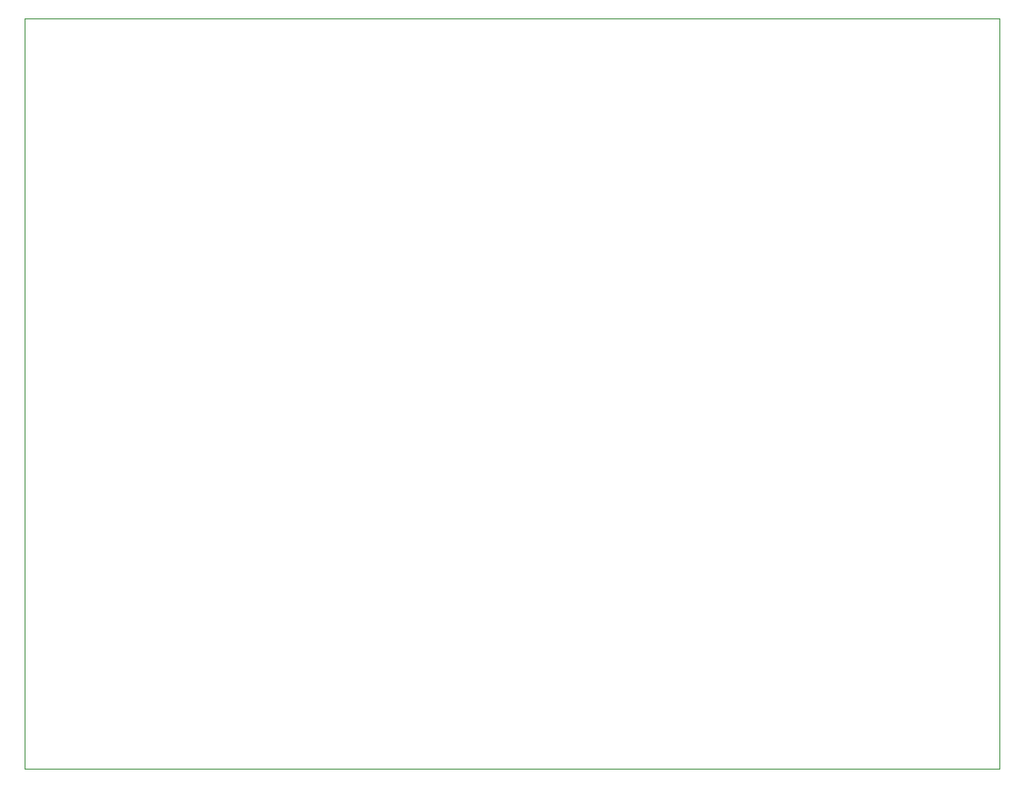
<source format=gbr>
G04 #@! TF.GenerationSoftware,KiCad,Pcbnew,(5.1.9-0-10_14)*
G04 #@! TF.CreationDate,2021-04-25T13:48:21+02:00*
G04 #@! TF.ProjectId,dac-i2s-nos,6461632d-6932-4732-9d6e-6f732e6b6963,rev?*
G04 #@! TF.SameCoordinates,Original*
G04 #@! TF.FileFunction,Profile,NP*
%FSLAX46Y46*%
G04 Gerber Fmt 4.6, Leading zero omitted, Abs format (unit mm)*
G04 Created by KiCad (PCBNEW (5.1.9-0-10_14)) date 2021-04-25 13:48:21*
%MOMM*%
%LPD*%
G01*
G04 APERTURE LIST*
G04 #@! TA.AperFunction,Profile*
%ADD10C,0.050000*%
G04 #@! TD*
G04 APERTURE END LIST*
D10*
X107950000Y-127000000D02*
X107950000Y-54610000D01*
X201930000Y-127000000D02*
X107950000Y-127000000D01*
X201930000Y-54610000D02*
X201930000Y-127000000D01*
X107950000Y-54610000D02*
X201930000Y-54610000D01*
M02*

</source>
